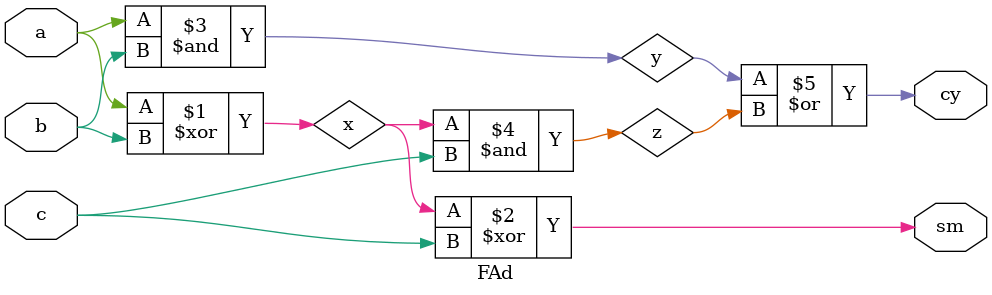
<source format=v>
`timescale 1ns / 1ps


module HLR_BM2(
    input [15:0] x,
    input [15:0] y,
    output [31:0] p
    );

// Generate pp
    
    // Radix 4 pp
    
    wire [16:0] pp_rad4_0;
    wire [16:0] pp_rad4_1;
    wire [5:0] sign_factor;
    
    rad4_gen rad4_gen1( 
        .x1(x[15:11]), .y(y),
        .pp_rad4_0(pp_rad4_0),
        .pp_rad4_1(pp_rad4_1),
        .sign_factor(sign_factor[5:4]));
        
    // Radix 1024 pp 
    
    wire [17:0] pp_rad8_0;
    wire [17:0] pp_rad8_1;
    wire [17:0] pp_rad8_2; 
    wire [17:0] pp_rad8_3; 

    rad8_approx_gen rad8_gen1( 
        .x1(x[11:0]), .y(y),
        .pp_rad8_0(pp_rad8_0),
        .pp_rad8_1(pp_rad8_1),
        .pp_rad8_2(pp_rad8_2),
        .pp_rad8_3(pp_rad8_3),
        .sign_factor(sign_factor[3:0]));
        

    // Tree
    pp_tree_hlrbm2 wallace_tree(
        .pp_rad4_0(pp_rad4_0),
        .pp_rad4_1(pp_rad4_1),
        .pp_rad8_0(pp_rad8_0),
        .pp_rad8_1(pp_rad8_1),
        .pp_rad8_2(pp_rad8_2),
        .pp_rad8_3(pp_rad8_3),
        .sign_factor(sign_factor),
        .p(p));
      
endmodule

// Radix 4 gen



// like on the picture

module rad4_gen( x1,y,pp_rad4_0,pp_rad4_1,sign_factor);
    // inputs
    // y multiplicand
    // x multipland 
    // P1,P2,P3 partial products
    input [15:0] y;
    input [4:0] x1;
    // output
    output [16:0] pp_rad4_0;
    output [16:0] pp_rad4_1;
    output [1:0] sign_factor;
   
    wire [1:0] one,two,sign;
    
    code code0(one[0],two[0],sign[0],x1[2],x1[1], x1[0]);
    code code1(one[1],two[1],sign[1],x1[4],x1[3], x1[2]);

 
    
    wire [16:0] tmp1_pp; 
    assign tmp1_pp = {y[15],y}; // This variable is introduced because pp has 17 bits
    
    // first pp generation 
    wire [17:0] out1;
    assign out1[0] = sign[0];
    
    genvar i;
    generate
        for ( i = 0; i < 17; i = i+1 )
            begin : pp_rad4_first 
            product pp_pr(tmp1_pp[i],out1[i],one[0],two[0],sign[0],pp_rad4_0[i],out1[i+1]);
            end
    endgenerate
    
    // second pp generation 
    wire[17:0] out2;
    assign out2[0] = sign[1];
    
    
    genvar i2;
    generate
        for ( i2 = 0; i2 < 17; i2 = i2+1 )
            begin : pp_second 
            product pp_pr(tmp1_pp[i2],out2[i2],one[1],two[1],sign[1],pp_rad4_1[i2],out2[i2+1]);
            end
    endgenerate
    
    genvar i_sign;
    generate
        for ( i_sign = 0; i_sign < 2; i_sign = i_sign+1 )
            begin : sgn_fac
            sgn_gen sgn_genXX(one[i_sign],two[i_sign],sign[i_sign],sign_factor[i_sign]);
            end
    endgenerate

endmodule


module code(one,two,sign,y2,y1,y0);  
	input y2,y1,y0;                     
	output one,two,sign;                
	wire [1:0]k;                        
	xor x1(one,y0,y1);                  
	xor x2(k[1],y2,y1);                 
	not n1(k[0],one);                   
	and a1(two,k[0],k[1]);              
	assign sign=y2;                     
endmodule        

module product(x1,x0,one,two,sign,p,i);
	input x1,x0,sign,one,two;
	output p,i;
	wire [1:0] k;
	xor xo1(i,x1,sign);
	and a1(k[1],i,one);
	and a0(k[0],x0,two);
	or o1(p,k[1],k[0]);
endmodule

//sign_factor generate

module sgn_gen(one,two,sign,sign_factor);
	input sign,one,two;
	output sign_factor;
	wire k;
	or o1(k,one,two);
	and a1(sign_factor,sign,k);
endmodule


module rad8_approx_gen( x1,y,pp_rad8_0,pp_rad8_1,pp_rad8_2,pp_rad8_3,sign_factor);
    // inputs
    // y multiplicand
    // x multipland 
    // P1,P2,P3 partial products
    input [15:0] y;
    input [11:0] x1;
    // output
    output [17:0] pp_rad8_0;
    output [17:0] pp_rad8_1;
    output [17:0] pp_rad8_2;
    output [17:0] pp_rad8_3;
    output [3:0] sign_factor;
   
    wire [3:0] one,two,four,sign;
    
    wire [3:0] ls_enc;
    assign ls_enc={x1[2:0],1'b0};

    code_rad8 code0(one[0],two[0],four[0],sign[0],ls_enc);
    code_rad8 code1(one[1],two[1],four[1],sign[1],x1[5:2]);
    code_rad8 code2(one[2],two[2],four[2],sign[2],x1[8:5]);
    code_rad8 code3(one[3],two[3],four[3],sign[3],x1[11:8]);
    
    wire [19:0] tmp1_pp; 
    assign tmp1_pp = {y[15],y[15],y,1'b0,1'b0}; // This variable is introduced because pp has 17 bits
    
    // first pp generation 
    wire [17:0] out1;
    assign out1[0] = sign[0];
    
    genvar i;
    generate
        for ( i = 0; i < 18; i = i+1 )
            begin : pp_rad8_first 
            rad8_unit pp_gen(pp_rad8_0[i],sign[0],one[0],two[0],four[0],tmp1_pp[i],tmp1_pp[i+1],tmp1_pp[i+2]);
            end
    endgenerate
    
    genvar i1;
    generate
        for ( i1 = 0; i1 < 18; i1 = i1+1 )
            begin : pp_rad8_second 
            rad8_unit pp_gen(pp_rad8_1[i1],sign[1],one[1],two[1],four[1],tmp1_pp[i1],tmp1_pp[i1+1],tmp1_pp[i1+2]);
            end
    endgenerate
    
    genvar i2;
    generate
        for ( i2 = 0; i2 < 18; i2 = i2+1 )
            begin : pp_rad8_third
            rad8_unit pp_gen(pp_rad8_2[i2],sign[2],one[2],two[2],four[2],tmp1_pp[i2],tmp1_pp[i2+1],tmp1_pp[i2+2]);
            end
    endgenerate

    genvar i3;
    generate
        for ( i3 = 0; i3 < 18; i3 = i3+1 )
            begin : pp_rad8_fourth
            rad8_unit pp_gen(pp_rad8_3[i3],sign[3],one[3],two[3],four[3],tmp1_pp[i3],tmp1_pp[i3+1],tmp1_pp[i3+2]);
            end
    endgenerate
    

    assign sign_factor = sign;

endmodule

//generation of inner products

module code_rad8(one,two,four,sign,x_enc);  
	input [3:0] x_enc;                     
	output one,two,four,sign;
      
    assign sign = x_enc[3];

    wire [1:0] tmp_four;
    assign tmp_four[0] = ~x_enc[3] &  x_enc[2]  &  x_enc[1];
    assign tmp_four[1] =  x_enc[3] & ~x_enc[2]  & ~x_enc[1];
    assign four = tmp_four[0] | tmp_four[1];

    wire [3:0] tmp_two;
    assign tmp_two[0] = ~x_enc[2] &  x_enc[1] &  x_enc[0];
    assign tmp_two[1] =  x_enc[2] & ~x_enc[1] & ~x_enc[0];
    assign tmp_two[2] =  x_enc[3] & ~x_enc[2] &  x_enc[1];
    assign tmp_two[3] = ~x_enc[3] &  x_enc[2] & ~x_enc[1];
    assign two = |(tmp_two);

    wire [3:0] tmp_one;
    assign tmp_one[0] = ~x_enc[3] & ~x_enc[2] & ~x_enc[1] &  x_enc[0];
    assign tmp_one[1] = ~x_enc[3] & ~x_enc[2] &  x_enc[1] & ~x_enc[0];
    assign tmp_one[2] =  x_enc[3] &  x_enc[2] & ~x_enc[1] &  x_enc[0];
    assign tmp_one[3] =  x_enc[3] &  x_enc[2] &  x_enc[1] & ~x_enc[0];
    assign one = |{tmp_one};           
endmodule  


module rad8_unit(pp_i,sign,one,two,four, x2, x1, x0);
    input sign, one, two,four;
    input x2,x1,x0;
    output pp_i;

    wire [2:0] a_vec;
    wire [2:0] enc_vec;

    assign a_vec = {x2,x1,x0};
    assign enc_vec = {four,two,one};
    // sign change
    wire [2:0] a_sign;
    
    assign a_sign[2] = sign ^ a_vec[2];
    assign a_sign[1] = sign ^ a_vec[1];
    assign a_sign[0] = sign ^ a_vec[0];
    
    // enc and  a_sign
    wire [2:0] a_enc;
    assign a_enc = a_sign & enc_vec;
    
    // pp_i
    assign pp_i = ( a_enc[2] | a_enc[1] | a_enc[0]);  
 
endmodule


module sgn_gen_rad8(one,two,four,sign,sign_factor);
	input sign,one,two,four;
	output sign_factor;
	wire k;
	assign k = one & two & four;
	assign sign_factor = k & sign;
endmodule


module pp_tree_hlrbm2(
    input [16:0] pp_rad4_0,
    input [16:0] pp_rad4_1,
    input [17:0] pp_rad8_0,
    input [17:0] pp_rad8_1,
    input [17:0] pp_rad8_2,
    input [17:0] pp_rad8_3,
    input [5:0] sign_factor,
    output [31:0] p);
    
    
    wire [5:0] E_MSB;
    assign E_MSB[0] = ~pp_rad8_0[17];
    assign E_MSB[1] = ~pp_rad8_1[17];
    assign E_MSB[2] = ~pp_rad8_2[17];
    assign E_MSB[3] = ~pp_rad8_3[17];
    assign E_MSB[4] = ~pp_rad4_0[16];
    assign E_MSB[5] = ~pp_rad4_1[16];
    
    wire [1:0] OR_bit;
    assign OR_bit[0] = pp_rad4_0[0] | sign_factor[4];
    assign OR_bit[1] = pp_rad4_1[0] | sign_factor[5];

    // first reduction

    // first group
    wire [16:0] sum00_FA;
    wire [16:0] carry00_FA;
    
    wire [16:0] tmp001_FA;
    wire [16:0] tmp002_FA;
    wire [16:0] tmp003_FA;
    
    assign tmp001_FA = {E_MSB[0],pp_rad8_0[17],pp_rad8_0[17],pp_rad8_0[17],pp_rad8_0[17:6],pp_rad8_0[3]};
    assign tmp002_FA = {E_MSB[1],pp_rad8_1[17:3],pp_rad8_1[0]};
    assign tmp003_FA = {pp_rad8_2[15:0],sign_factor[1]};
    
    
    genvar i001;
    generate
        for (i001 = 0; i001 < 17; i001 = i001 + 1)
            begin : pp_fad010
            FAd pp_fad(tmp001_FA[i001],tmp002_FA[i001], tmp003_FA[i001], carry00_FA[i001],sum00_FA[i001]);
            end
    endgenerate
    
    wire [3:0] sum00_HA;
    wire [3:0] carry00_HA;
    
    wire [3:0] tmp001_HA;
    wire [3:0] tmp002_HA;
    
    assign tmp001_HA = {1'b1,1'b1,pp_rad8_0[5:4]};
    assign tmp002_HA = {pp_rad8_2[17:16],pp_rad8_1[2:1]};
	
	genvar i002;
	generate
		for (i002 = 0; i002 < 4; i002 = i002 + 1)
			begin : pp_had010
			HAd pp_had(tmp001_HA[i002],tmp002_HA[i002],carry00_HA[i002],sum00_HA[i002]);
			end
	endgenerate

    // second group
	wire [14:0] sum01_FA;
    wire [14:0] carry01_FA;
    
    wire [14:0] tmp011_FA;
    wire [14:0] tmp012_FA;
    wire [14:0] tmp013_FA;
	
    assign tmp011_FA = {E_MSB[3],pp_rad8_3[17:4]};
    assign tmp012_FA = {pp_rad4_0[16:2]};
    assign tmp013_FA = {pp_rad4_1[14:1],OR_bit[1]};

    genvar i011;
    generate
        for (i011 = 0; i011 < 15; i011 = i011 + 1)
            begin : pp_fad011
            FAd pp_fad(tmp011_FA[i011],tmp012_FA[i011], tmp013_FA[i011], carry01_FA[i011],sum01_FA[i011]);
            end
    endgenerate

    wire [4:0] sum01_HA;
    wire [4:0] carry01_HA;
    
    wire [4:0] tmp011_HA;
    wire [4:0] tmp012_HA;

    assign tmp011_HA = {1'b1,E_MSB[4],pp_rad8_3[3:2],pp_rad8_3[0]};
    assign tmp012_HA = {pp_rad4_1[16:15],pp_rad4_0[1],OR_bit[0],sign_factor[3]};

    genvar i012;
	generate
		for (i012 = 0; i012 < 5; i012 = i012 + 1)
			begin : pp_had011
			HAd pp_had(tmp011_HA[i012],tmp012_HA[i012],carry01_HA[i012],sum01_HA[i012]);
			end
	endgenerate


    // second reduction
    wire [18:0] sum10_FA;
    wire [18:0] carry10_FA;
    
    wire [18:0] tmp101_FA;
    wire [18:0] tmp102_FA;
    wire [18:0] tmp103_FA;

	assign tmp101_FA = {1'b1, 1'b1, E_MSB[2],sum00_HA[3:2],sum00_FA[16:4],sum00_FA[1]};
    assign tmp102_FA = {sum01_FA[13:12],carry00_HA[3:2],carry00_FA[16:3],carry00_HA[1]};
    assign tmp103_FA = {carry01_FA[12:11],sum01_FA[11:0],sum01_HA[2:1],pp_rad8_3[1],sum01_HA[0],sign_factor[2]};

    genvar i101;
    generate
        for (i101 = 0; i101 < 19; i101 = i101 + 1)
            begin : pp_fad110
            FAd pp_fad(tmp101_FA[i101],tmp102_FA[i101], tmp103_FA[i101], carry10_FA[i101],sum10_FA[i101]);
            end
    endgenerate

    wire [5:0] sum10_HA;
    wire [5:0] carry10_HA;
    
    wire [5:0] tmp101_HA;
    wire [5:0] tmp102_HA;

    assign tmp101_HA ={E_MSB[5],sum01_HA[4:3],sum01_FA[14],sum00_FA[3:2]};
    assign tmp102_HA ={carry01_HA[4:3],carry01_FA[14:13],carry00_FA[2:1]};

    genvar i102;
    generate
        for (i102 = 0; i102 < 6; i102 = i102 + 1)
            begin : pp_fad120
            HAd pp_fad(tmp101_HA[i102],tmp102_HA[i102], carry10_HA[i102],sum10_HA[i102]);
            end
    endgenerate
    // third reduction
    wire [13:0] sum20_FA;
    wire [13:0] carry20_FA;
    
    wire [13:0] tmp201_FA;
    wire [13:0] tmp202_FA;
    wire [13:0] tmp203_FA;

    assign tmp201_FA = {sum10_FA[16:4],sum10_FA[2]};
    assign tmp202_FA = {carry10_FA[15:3],carry10_FA[1]};
    assign tmp203_FA = {carry01_FA[10:0],carry01_HA[2:0]};

    genvar i201;
    generate
        for (i201 = 0; i201 < 14; i201 = i201 + 1)
            begin : pp_fad210
            FAd pp_fad(tmp201_FA[i201],tmp202_FA[i201], tmp203_FA[i201], carry20_FA[i201],sum20_FA[i201]);
            end
    endgenerate

    wire [7:0] sum20_HA;
    wire [7:0] carry20_HA;
    
    wire [7:0] tmp201_HA;
    wire [7:0] tmp202_HA;

    assign tmp201_HA ={1'b1,sum10_HA[5:2],sum10_FA[18:17],sum10_FA[3]};
    assign tmp202_HA ={carry10_HA[5:2],carry10_FA[18:16],carry10_FA[2]};

    genvar i202;
    generate
        for (i202 = 0; i202 < 8; i202 = i202 + 1)
            begin : pp_fad220
            HAd pp_fad(tmp201_HA[i202],tmp202_HA[i202], carry20_HA[i202],sum20_HA[i202]);
            end
    endgenerate

    // Final addition
	// CLA adder 

	wire [31:0] tmp_ADD1;
	wire [31:0] tmp_ADD2;

	assign tmp_ADD1 = {1'b0,sum20_HA[7:1],sum20_FA[13:1],sum20_HA[0],sum20_FA[0],sum10_FA[1],sum10_HA[1:0],sum10_FA[0],sum00_HA[1:0],sum00_FA[0],pp_rad8_0[2:0]};
	assign tmp_ADD2 = {carry20_HA[7:1],carry20_FA[13:1],carry20_HA[0],carry20_FA[0],carry10_FA[1],carry10_HA[1:0],carry10_FA[0],1'b0,carry00_HA[0],carry00_FA[0],3'b0,sign_factor[0]};
	// Final product

	assign p = tmp_ADD1 + tmp_ADD2;
	
endmodule


module pp_tree_hlrbm2_v3(
    input [16:0] pp_rad4_0,
    input [16:0] pp_rad4_1,
    input [17:0] pp_rad8_0,
    input [17:0] pp_rad8_1,
    input [17:0] pp_rad8_2,
    input [17:0] pp_rad8_3,
    input [5:0] sign_factor,
    output [31:0] p);
    
    
    wire [5:0] E_MSB;
    assign E_MSB[0] = ~pp_rad8_0[17];
    assign E_MSB[1] = ~pp_rad8_1[17];
    assign E_MSB[2] = ~pp_rad8_2[17];
    assign E_MSB[3] = ~pp_rad8_3[17];
    assign E_MSB[4] = ~pp_rad4_0[16];
    assign E_MSB[5] = ~pp_rad4_1[16];
    
    wire [1:0] OR_bit;
    assign OR_bit[0] = pp_rad4_0[0] | sign_factor[4];
    assign OR_bit[1] = pp_rad4_1[0] | sign_factor[5];

    // first reduction

    // first group
    wire [15:0] sum00_FA;
    wire [15:0] carry00_FA;
    
    wire [15:0] tmp001_FA;
    wire [15:0] tmp002_FA;
    wire [15:0] tmp003_FA;
    
    assign tmp001_FA = {E_MSB[0],pp_rad8_0[17],pp_rad8_0[17],pp_rad8_0[17],pp_rad8_0[16:6],pp_rad8_0[3]};
    assign tmp002_FA = {E_MSB[1],pp_rad8_1[16:3],pp_rad8_1[0]};
    assign tmp003_FA = {pp_rad8_2[14:0],sign_factor[1]};
    
    
    genvar i001;
    generate
        for (i001 = 0; i001 < 16; i001 = i001 + 1)
            begin : pp_fad010
            FAd pp_fad(tmp001_FA[i001],tmp002_FA[i001], tmp003_FA[i001], carry00_FA[i001],sum00_FA[i001]);
            end
    endgenerate
    
    wire [3:0] sum00_HA;
    wire [3:0] carry00_HA;
    
    wire [3:0] tmp001_HA;
    wire [3:0] tmp002_HA;
    
    assign tmp001_HA = {1'b1,1'b1,pp_rad8_0[5:4]};
    assign tmp002_HA = {pp_rad8_2[16:15],pp_rad8_1[2:1]};
	
	genvar i002;
	generate
		for (i002 = 0; i002 < 4; i002 = i002 + 1)
			begin : pp_had010
			HAd pp_had(tmp001_HA[i002],tmp002_HA[i002],carry00_HA[i002],sum00_HA[i002]);
			end
	endgenerate

    // second group
	wire [13:0] sum01_FA;
    wire [13:0] carry01_FA;
    
    wire [13:0] tmp011_FA;
    wire [13:0] tmp012_FA;
    wire [13:0] tmp013_FA;
	
    assign tmp011_FA = {E_MSB[3],pp_rad8_3[16:4]};
    assign tmp012_FA = {pp_rad4_0[15:2]};
    assign tmp013_FA = {pp_rad4_1[13:1],OR_bit[1]};

    genvar i011;
    generate
        for (i011 = 0; i011 < 14; i011 = i011 + 1)
            begin : pp_fad011
            FAd pp_fad(tmp011_FA[i011],tmp012_FA[i011], tmp013_FA[i011], carry01_FA[i011],sum01_FA[i011]);
            end
    endgenerate

    wire [4:0] sum01_HA;
    wire [4:0] carry01_HA;
    
    wire [4:0] tmp011_HA;
    wire [4:0] tmp012_HA;

    assign tmp011_HA = {1'b1,E_MSB[4],pp_rad8_3[3:2],pp_rad8_3[0]};
    assign tmp012_HA = {pp_rad4_1[15:14],pp_rad4_0[1],OR_bit[0],sign_factor[3]};

    genvar i012;
	generate
		for (i012 = 0; i012 < 5; i012 = i012 + 1)
			begin : pp_had011
			HAd pp_had(tmp011_HA[i012],tmp012_HA[i012],carry01_HA[i012],sum01_HA[i012]);
			end
	endgenerate


    // second reduction
    wire [17:0] sum10_FA;
    wire [17:0] carry10_FA;
    
    wire [17:0] tmp101_FA;
    wire [17:0] tmp102_FA;
    wire [17:0] tmp103_FA;

	assign tmp101_FA = {1'b1, 1'b1, E_MSB[2],sum00_HA[3:2],sum00_FA[15:4],sum00_FA[1]};
    assign tmp102_FA = {sum01_FA[12:11],carry00_HA[3:2],carry00_FA[15:3],carry00_HA[1]};
    assign tmp103_FA = {carry01_FA[11:10],sum01_FA[10:0],sum01_HA[2:1],pp_rad8_3[1],sum01_HA[0],sign_factor[2]};

    genvar i101;
    generate
        for (i101 = 0; i101 < 18; i101 = i101 + 1)
            begin : pp_fad110
            FAd pp_fad(tmp101_FA[i101],tmp102_FA[i101], tmp103_FA[i101], carry10_FA[i101],sum10_FA[i101]);
            end
    endgenerate

    wire [5:0] sum10_HA;
    wire [5:0] carry10_HA;
    
    wire [5:0] tmp101_HA;
    wire [5:0] tmp102_HA;

    assign tmp101_HA ={E_MSB[5],sum01_HA[4:3],sum01_FA[13],sum00_FA[3:2]};
    assign tmp102_HA ={carry01_HA[4:3],carry01_FA[13:12],carry00_FA[2:1]};

    genvar i102;
    generate
        for (i102 = 0; i102 < 6; i102 = i102 + 1)
            begin : pp_fad120
            HAd pp_fad(tmp101_HA[i102],tmp102_HA[i102], carry10_HA[i102],sum10_HA[i102]);
            end
    endgenerate
    // third reduction
    wire [12:0] sum20_FA;
    wire [12:0] carry20_FA;
    
    wire [12:0] tmp201_FA;
    wire [12:0] tmp202_FA;
    wire [12:0] tmp203_FA;

    assign tmp201_FA = {sum10_FA[15:4],sum10_FA[2]};
    assign tmp202_FA = {carry10_FA[14:3],carry10_FA[1]};
    assign tmp203_FA = {carry01_FA[9:0],carry01_HA[1:0]};

    genvar i201;
    generate
        for (i201 = 0; i201 < 13; i201 = i201 + 1)
            begin : pp_fad210
            FAd pp_fad(tmp201_FA[i201],tmp202_FA[i201], tmp203_FA[i201], carry20_FA[i201],sum20_FA[i201]);
            end
    endgenerate

    wire [7:0] sum20_HA;
    wire [7:0] carry20_HA;
    
    wire [7:0] tmp201_HA;
    wire [7:0] tmp202_HA;

    assign tmp201_HA ={1'b1,sum10_HA[5:2],sum10_FA[17:16],sum10_FA[3]};
    assign tmp202_HA ={carry10_HA[5:2],carry10_FA[17:15],carry10_FA[2]};

    genvar i202;
    generate
        for (i202 = 0; i202 < 8; i202 = i202 + 1)
            begin : pp_fad220
            HAd pp_fad(tmp201_HA[i202],tmp202_HA[i202], carry20_HA[i202],sum20_HA[i202]);
            end
    endgenerate

    // Final addition
	// CLA adder 

	wire [31:0] tmp_ADD1;
	wire [31:0] tmp_ADD2;

	assign tmp_ADD1 = {1'b1,sum20_HA[7:1],sum20_FA[12:1],sum20_HA[0],sum20_FA[0],sum10_FA[1],sum10_HA[1:0],sum10_FA[0],sum00_HA[1:0],sum00_FA[0],pp_rad8_0[2:0]};
	assign tmp_ADD2 = {carry20_HA[7:1],carry20_FA[12:1],carry20_HA[0],carry20_FA[0],carry10_FA[1],carry10_HA[1:0],carry10_FA[0],1'b0,carry00_HA[0],carry00_FA[0],3'b0,sign_factor[0]};
	// Final product

	assign p = tmp_ADD1 + tmp_ADD2;
	
endmodule




module pp_tree_hlrbm2_v2(
    input [16:0] pp_rad4_0,
    input [16:0] pp_rad4_1,
    input [17:0] pp_rad8_0,
    input [17:0] pp_rad8_1,
    input [17:0] pp_rad8_2,
    input [17:0] pp_rad8_3,
    input [5:0] sign_factor,
    output [31:0] p);
    
    
    wire [5:0] E_MSB;
    assign E_MSB[0] = ~pp_rad8_0[17];
    assign E_MSB[1] = ~pp_rad8_1[17];
    assign E_MSB[2] = ~pp_rad8_2[17];
    assign E_MSB[3] = ~pp_rad8_3[17];
    assign E_MSB[4] = ~pp_rad4_0[16];
    assign E_MSB[5] = ~pp_rad4_1[16];
    
    wire [1:0] OR_bit;
    assign OR_bit[0] = pp_rad4_0[0] | sign_factor[4];
    assign OR_bit[1] = pp_rad4_0[1] | sign_factor[5];

    // first reduction

    // first group
    wire [15:0] sum00_FA;
    wire [15:0] carry00_FA;
    
    wire [15:0] tmp001_FA;
    wire [15:0] tmp002_FA;
    wire [15:0] tmp003_FA;
    
    assign tmp001_FA = {E_MSB[0],pp_rad8_0[17],pp_rad8_0[17],pp_rad8_0[17],pp_rad8_0[16:6],pp_rad8_0[3]};
    assign tmp002_FA = {E_MSB[1],pp_rad8_1[16:3],pp_rad8_1[0]};
    assign tmp003_FA = {pp_rad8_2[14:0],sign_factor[1]};
    
    
    genvar i001;
    generate
        for (i001 = 0; i001 < 16; i001 = i001 + 1)
            begin : pp_fad010
            FAd pp_fad(tmp001_FA[i001],tmp002_FA[i001], tmp003_FA[i001], carry00_FA[i001],sum00_FA[i001]);
            end
    endgenerate
    
    wire [3:0] sum00_HA;
    wire [3:0] carry00_HA;
    
    wire [3:0] tmp001_HA;
    wire [3:0] tmp002_HA;
    
    assign tmp001_HA = {1'b1,1'b1,pp_rad8_0[5:4]};
    assign tmp002_HA = {pp_rad8_1[16:15],pp_rad8_1[2:1]};
	
	genvar i002;
	generate
		for (i002 = 0; i002 < 4; i002 = i002 + 1)
			begin : pp_had010
			HAd pp_had(tmp001_HA[i002],tmp002_HA[i002],carry00_HA[i002],sum00_HA[i002]);
			end
	endgenerate

    // second group
	wire [13:0] sum01_FA;
    wire [13:0] carry01_FA;
    
    wire [13:0] tmp011_FA;
    wire [13:0] tmp012_FA;
    wire [13:0] tmp013_FA;
	
    assign tmp011_FA = {E_MSB[3],pp_rad8_3[16:4]};
    assign tmp012_FA = {pp_rad4_0[15:2]};
    assign tmp013_FA = {pp_rad4_1[13:1],OR_bit[1]};

    genvar i011;
    generate
        for (i011 = 0; i011 < 14; i011 = i011 + 1)
            begin : pp_fad011
            FAd pp_fad(tmp011_FA[i011],tmp012_FA[i011], tmp013_FA[i011], carry01_FA[i011],sum01_FA[i011]);
            end
    endgenerate

    wire [4:0] sum01_HA;
    wire [4:0] carry01_HA;
    
    wire [4:0] tmp011_HA;
    wire [4:0] tmp012_HA;

    assign tmp011_HA = {1'b1,E_MSB[4],pp_rad8_3[3:2],pp_rad8_3[0]};
    assign tmp012_HA = {pp_rad4_1[15:14],pp_rad4_0[1],OR_bit[0],sign_factor[3]};

    genvar i012;
	generate
		for (i012 = 0; i012 < 5; i012 = i012 + 1)
			begin : pp_had011
			HAd pp_had(tmp011_HA[i012],tmp012_HA[i012],carry01_HA[i012],sum01_HA[i012]);
			end
	endgenerate


    // second reduction
    wire [17:0] sum10_FA;
    wire [17:0] carry10_FA;
    
    wire [17:0] tmp101_FA;
    wire [17:0] tmp102_FA;
    wire [17:0] tmp103_FA;

	assign tmp101_FA = {1'b1, 1'b1, E_MSB[2],sum00_HA[3:2],sum00_FA[15:4],sum00_FA[1]};
    assign tmp102_FA = {sum01_FA[12:11],carry00_HA[3:2],carry00_FA[15:3],carry00_HA[1]};
    assign tmp103_FA = {carry01_FA[11:10],sum01_FA[10:0],sum01_HA[2:1],pp_rad8_3[1],sum01_HA[0],sign_factor[2]};

    genvar i101;
    generate
        for (i101 = 0; i101 < 18; i101 = i101 + 1)
            begin : pp_fad110
            FAd pp_fad(tmp101_FA[i101],tmp102_FA[i101], tmp103_FA[i101], carry10_FA[i101],sum10_FA[i101]);
            end
    endgenerate

    wire [5:0] sum10_HA;
    wire [5:0] carry10_HA;
    
    wire [5:0] tmp101_HA;
    wire [5:0] tmp102_HA;

    assign tmp101_HA ={E_MSB[5],sum01_HA[4:3],sum01_FA[13],sum00_FA[3:2]};
    assign tmp102_HA ={carry01_HA[4:3],carry01_FA[13:12],carry00_FA[2:1]};

    genvar i102;
    generate
        for (i102 = 0; i102 < 6; i102 = i102 + 1)
            begin : pp_fad120
            HAd pp_fad(tmp101_HA[i102],tmp102_HA[i102], carry10_HA[i102],sum10_HA[i102]);
            end
    endgenerate
    // third reduction
    wire [12:0] sum20_FA;
    wire [12:0] carry20_FA;
    
    wire [12:0] tmp201_FA;
    wire [12:0] tmp202_FA;
    wire [12:0] tmp203_FA;

    assign tmp201_FA = {sum10_FA[15:4],sum10_FA[2]};
    assign tmp202_FA = {carry10_FA[14:3],carry10_FA[1]};
    assign tmp203_FA = {carry01_FA[9:0],carry01_HA[1:0]};

    genvar i201;
    generate
        for (i201 = 0; i201 < 13; i201 = i201 + 1)
            begin : pp_fad210
            FAd pp_fad(tmp201_FA[i201],tmp202_FA[i201], tmp203_FA[i201], carry20_FA[i201],sum20_FA[i201]);
            end
    endgenerate

    wire [7:0] sum20_HA;
    wire [7:0] carry20_HA;
    
    wire [7:0] tmp201_HA;
    wire [7:0] tmp202_HA;

    assign tmp201_HA ={1'b1,sum10_HA[5:2],sum10_FA[17:16],sum10_FA[3]};
    assign tmp202_HA ={carry10_HA[5:2],carry10_FA[17:15],carry10_FA[2]};

    genvar i202;
    generate
        for (i202 = 0; i202 < 8; i202 = i202 + 1)
            begin : pp_fad220
            HAd pp_fad(tmp201_HA[i202],tmp202_HA[i202], carry20_HA[i202],sum20_HA[i202]);
            end
    endgenerate

    // Final addition
	// CLA adder 

	wire [31:0] tmp_ADD1;
	wire [31:0] tmp_ADD2;

	assign tmp_ADD1 = {sum20_HA[7],sum20_HA[7:1],sum20_FA[12:1],sum20_HA[0],sum20_FA[0],sum10_FA[1],sum10_HA[1:0],sum10_FA[0],sum00_HA[1:0],sum00_FA[0],pp_rad8_0[2:0]};
	assign tmp_ADD2 = {carry20_HA[7:1],carry20_FA[12:1],carry20_HA[0],carry20_FA[0],carry10_FA[1],carry10_HA[1:0],carry10_FA[0],1'b0,carry00_HA[0],carry00_FA[0],3'b0,sign_factor[0]};
	// Final product

	assign p = tmp_ADD1 + tmp_ADD2;
	
endmodule

module HAd(a,b,c,s);
	input a,b;
	output c,s;
	xor x1(s,a,b);
	and a1(c,a,b);
endmodule

module FAd(a,b,c,cy,sm);
	input a,b,c;
	output cy,sm;
	wire x,y,z;
	xor x1(x,a,b);
	xor x2(sm,x,c);
	and a1(y,a,b);
	and a2(z,x,c);
	or o1(cy,y,z);
endmodule




</source>
